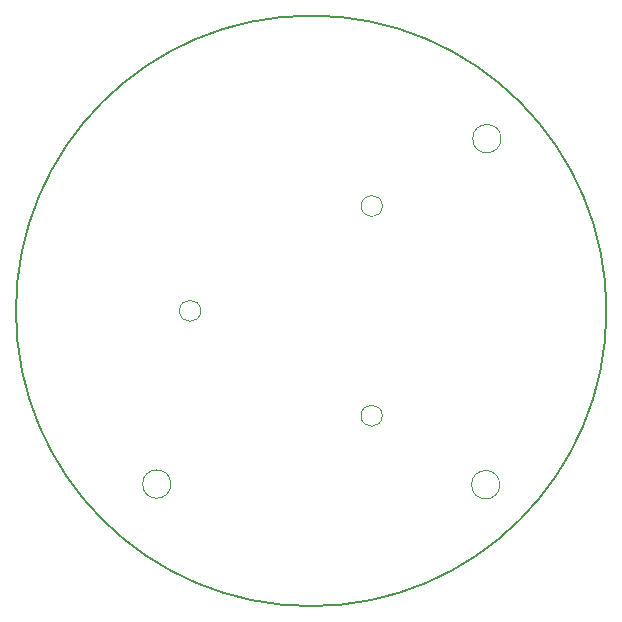
<source format=gbr>
%TF.GenerationSoftware,KiCad,Pcbnew,8.0.4*%
%TF.CreationDate,2024-09-16T16:08:37+01:00*%
%TF.ProjectId,algoritmi_motor_buttons_kicad,616c676f-7269-4746-9d69-5f6d6f746f72,rev?*%
%TF.SameCoordinates,Original*%
%TF.FileFunction,Profile,NP*%
%FSLAX46Y46*%
G04 Gerber Fmt 4.6, Leading zero omitted, Abs format (unit mm)*
G04 Created by KiCad (PCBNEW 8.0.4) date 2024-09-16 16:08:37*
%MOMM*%
%LPD*%
G01*
G04 APERTURE LIST*
%TA.AperFunction,Profile*%
%ADD10C,0.180000*%
%TD*%
%TA.AperFunction,Profile*%
%ADD11C,0.090000*%
%TD*%
G04 APERTURE END LIST*
D10*
X167876217Y-90730772D02*
G75*
G02*
X117876217Y-90730772I-25000000J0D01*
G01*
X117876217Y-90730772D02*
G75*
G02*
X167876217Y-90730772I25000000J0D01*
G01*
D11*
X131000000Y-105400000D02*
G75*
G02*
X128600000Y-105400000I-1200000J0D01*
G01*
X128600000Y-105400000D02*
G75*
G02*
X131000000Y-105400000I1200000J0D01*
G01*
X148906989Y-81854555D02*
G75*
G02*
X147106989Y-81854555I-900000J0D01*
G01*
X147106989Y-81854555D02*
G75*
G02*
X148906989Y-81854555I900000J0D01*
G01*
X158850000Y-105450000D02*
G75*
G02*
X156450000Y-105450000I-1200000J0D01*
G01*
X156450000Y-105450000D02*
G75*
G02*
X158850000Y-105450000I1200000J0D01*
G01*
X158950000Y-76150000D02*
G75*
G02*
X156550000Y-76150000I-1200000J0D01*
G01*
X156550000Y-76150000D02*
G75*
G02*
X158950000Y-76150000I1200000J0D01*
G01*
X133526217Y-90730772D02*
G75*
G02*
X131726217Y-90730772I-900000J0D01*
G01*
X131726217Y-90730772D02*
G75*
G02*
X133526217Y-90730772I900000J0D01*
G01*
X148900077Y-99609269D02*
G75*
G02*
X147100077Y-99609269I-900000J0D01*
G01*
X147100077Y-99609269D02*
G75*
G02*
X148900077Y-99609269I900000J0D01*
G01*
M02*

</source>
